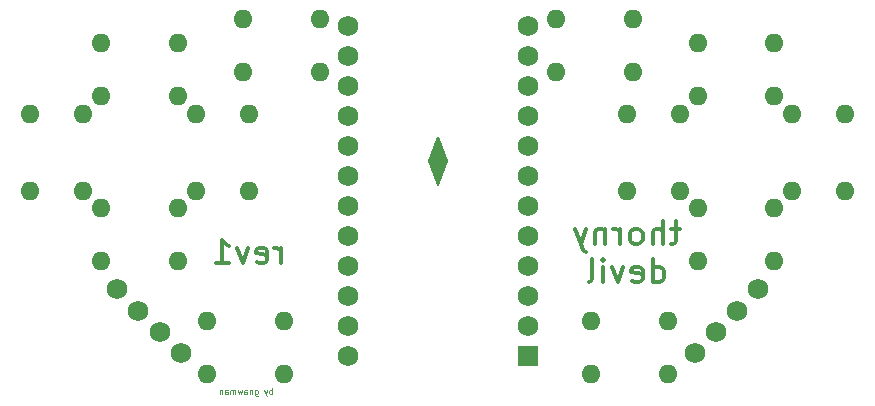
<source format=gbs>
G04 #@! TF.GenerationSoftware,KiCad,Pcbnew,(6.0.8)*
G04 #@! TF.CreationDate,2023-06-20T19:58:12+10:00*
G04 #@! TF.ProjectId,thorny_devil,74686f72-6e79-45f6-9465-76696c2e6b69,rev?*
G04 #@! TF.SameCoordinates,Original*
G04 #@! TF.FileFunction,Soldermask,Bot*
G04 #@! TF.FilePolarity,Negative*
%FSLAX46Y46*%
G04 Gerber Fmt 4.6, Leading zero omitted, Abs format (unit mm)*
G04 Created by KiCad (PCBNEW (6.0.8)) date 2023-06-20 19:58:12*
%MOMM*%
%LPD*%
G01*
G04 APERTURE LIST*
%ADD10C,0.150000*%
%ADD11C,0.052500*%
%ADD12C,0.300000*%
%ADD13C,1.752600*%
%ADD14R,1.752600X1.752600*%
%ADD15O,1.600000X1.600000*%
G04 APERTURE END LIST*
D10*
G36*
X116750000Y-52500000D02*
G01*
X116000000Y-54500000D01*
X115250000Y-52500000D01*
X116000000Y-50500000D01*
X116750000Y-52500000D01*
G37*
X116750000Y-52500000D02*
X116000000Y-54500000D01*
X115250000Y-52500000D01*
X116000000Y-50500000D01*
X116750000Y-52500000D01*
D11*
X101964285Y-72226190D02*
X101964285Y-71726190D01*
X101964285Y-71916666D02*
X101916666Y-71892857D01*
X101821428Y-71892857D01*
X101773809Y-71916666D01*
X101750000Y-71940476D01*
X101726190Y-71988095D01*
X101726190Y-72130952D01*
X101750000Y-72178571D01*
X101773809Y-72202380D01*
X101821428Y-72226190D01*
X101916666Y-72226190D01*
X101964285Y-72202380D01*
X101559523Y-71892857D02*
X101440476Y-72226190D01*
X101321428Y-71892857D02*
X101440476Y-72226190D01*
X101488095Y-72345238D01*
X101511904Y-72369047D01*
X101559523Y-72392857D01*
X100535714Y-71892857D02*
X100535714Y-72297619D01*
X100559523Y-72345238D01*
X100583333Y-72369047D01*
X100630952Y-72392857D01*
X100702380Y-72392857D01*
X100750000Y-72369047D01*
X100535714Y-72202380D02*
X100583333Y-72226190D01*
X100678571Y-72226190D01*
X100726190Y-72202380D01*
X100750000Y-72178571D01*
X100773809Y-72130952D01*
X100773809Y-71988095D01*
X100750000Y-71940476D01*
X100726190Y-71916666D01*
X100678571Y-71892857D01*
X100583333Y-71892857D01*
X100535714Y-71916666D01*
X100297619Y-71892857D02*
X100297619Y-72226190D01*
X100297619Y-71940476D02*
X100273809Y-71916666D01*
X100226190Y-71892857D01*
X100154761Y-71892857D01*
X100107142Y-71916666D01*
X100083333Y-71964285D01*
X100083333Y-72226190D01*
X99630952Y-72226190D02*
X99630952Y-71964285D01*
X99654761Y-71916666D01*
X99702380Y-71892857D01*
X99797619Y-71892857D01*
X99845238Y-71916666D01*
X99630952Y-72202380D02*
X99678571Y-72226190D01*
X99797619Y-72226190D01*
X99845238Y-72202380D01*
X99869047Y-72154761D01*
X99869047Y-72107142D01*
X99845238Y-72059523D01*
X99797619Y-72035714D01*
X99678571Y-72035714D01*
X99630952Y-72011904D01*
X99440476Y-71892857D02*
X99345238Y-72226190D01*
X99250000Y-71988095D01*
X99154761Y-72226190D01*
X99059523Y-71892857D01*
X98869047Y-72226190D02*
X98869047Y-71892857D01*
X98869047Y-71940476D02*
X98845238Y-71916666D01*
X98797619Y-71892857D01*
X98726190Y-71892857D01*
X98678571Y-71916666D01*
X98654761Y-71964285D01*
X98654761Y-72226190D01*
X98654761Y-71964285D02*
X98630952Y-71916666D01*
X98583333Y-71892857D01*
X98511904Y-71892857D01*
X98464285Y-71916666D01*
X98440476Y-71964285D01*
X98440476Y-72226190D01*
X97988095Y-72226190D02*
X97988095Y-71964285D01*
X98011904Y-71916666D01*
X98059523Y-71892857D01*
X98154761Y-71892857D01*
X98202380Y-71916666D01*
X97988095Y-72202380D02*
X98035714Y-72226190D01*
X98154761Y-72226190D01*
X98202380Y-72202380D01*
X98226190Y-72154761D01*
X98226190Y-72107142D01*
X98202380Y-72059523D01*
X98154761Y-72035714D01*
X98035714Y-72035714D01*
X97988095Y-72011904D01*
X97750000Y-71892857D02*
X97750000Y-72226190D01*
X97750000Y-71940476D02*
X97726190Y-71916666D01*
X97678571Y-71892857D01*
X97607142Y-71892857D01*
X97559523Y-71916666D01*
X97535714Y-71964285D01*
X97535714Y-72226190D01*
D12*
X136476190Y-58211428D02*
X135714285Y-58211428D01*
X136190476Y-57544761D02*
X136190476Y-59259047D01*
X136095238Y-59449523D01*
X135904761Y-59544761D01*
X135714285Y-59544761D01*
X135047619Y-59544761D02*
X135047619Y-57544761D01*
X134190476Y-59544761D02*
X134190476Y-58497142D01*
X134285714Y-58306666D01*
X134476190Y-58211428D01*
X134761904Y-58211428D01*
X134952380Y-58306666D01*
X135047619Y-58401904D01*
X132952380Y-59544761D02*
X133142857Y-59449523D01*
X133238095Y-59354285D01*
X133333333Y-59163809D01*
X133333333Y-58592380D01*
X133238095Y-58401904D01*
X133142857Y-58306666D01*
X132952380Y-58211428D01*
X132666666Y-58211428D01*
X132476190Y-58306666D01*
X132380952Y-58401904D01*
X132285714Y-58592380D01*
X132285714Y-59163809D01*
X132380952Y-59354285D01*
X132476190Y-59449523D01*
X132666666Y-59544761D01*
X132952380Y-59544761D01*
X131428571Y-59544761D02*
X131428571Y-58211428D01*
X131428571Y-58592380D02*
X131333333Y-58401904D01*
X131238095Y-58306666D01*
X131047619Y-58211428D01*
X130857142Y-58211428D01*
X130190476Y-58211428D02*
X130190476Y-59544761D01*
X130190476Y-58401904D02*
X130095238Y-58306666D01*
X129904761Y-58211428D01*
X129619047Y-58211428D01*
X129428571Y-58306666D01*
X129333333Y-58497142D01*
X129333333Y-59544761D01*
X128571428Y-58211428D02*
X128095238Y-59544761D01*
X127619047Y-58211428D02*
X128095238Y-59544761D01*
X128285714Y-60020952D01*
X128380952Y-60116190D01*
X128571428Y-60211428D01*
X134190476Y-62764761D02*
X134190476Y-60764761D01*
X134190476Y-62669523D02*
X134380952Y-62764761D01*
X134761904Y-62764761D01*
X134952380Y-62669523D01*
X135047619Y-62574285D01*
X135142857Y-62383809D01*
X135142857Y-61812380D01*
X135047619Y-61621904D01*
X134952380Y-61526666D01*
X134761904Y-61431428D01*
X134380952Y-61431428D01*
X134190476Y-61526666D01*
X132476190Y-62669523D02*
X132666666Y-62764761D01*
X133047619Y-62764761D01*
X133238095Y-62669523D01*
X133333333Y-62479047D01*
X133333333Y-61717142D01*
X133238095Y-61526666D01*
X133047619Y-61431428D01*
X132666666Y-61431428D01*
X132476190Y-61526666D01*
X132380952Y-61717142D01*
X132380952Y-61907619D01*
X133333333Y-62098095D01*
X131714285Y-61431428D02*
X131238095Y-62764761D01*
X130761904Y-61431428D01*
X130000000Y-62764761D02*
X130000000Y-61431428D01*
X130000000Y-60764761D02*
X130095238Y-60860000D01*
X130000000Y-60955238D01*
X129904761Y-60860000D01*
X130000000Y-60764761D01*
X130000000Y-60955238D01*
X128761904Y-62764761D02*
X128952380Y-62669523D01*
X129047619Y-62479047D01*
X129047619Y-60764761D01*
X102714285Y-61154761D02*
X102714285Y-59821428D01*
X102714285Y-60202380D02*
X102619047Y-60011904D01*
X102523809Y-59916666D01*
X102333333Y-59821428D01*
X102142857Y-59821428D01*
X100714285Y-61059523D02*
X100904761Y-61154761D01*
X101285714Y-61154761D01*
X101476190Y-61059523D01*
X101571428Y-60869047D01*
X101571428Y-60107142D01*
X101476190Y-59916666D01*
X101285714Y-59821428D01*
X100904761Y-59821428D01*
X100714285Y-59916666D01*
X100619047Y-60107142D01*
X100619047Y-60297619D01*
X101571428Y-60488095D01*
X99952380Y-59821428D02*
X99476190Y-61154761D01*
X99000000Y-59821428D01*
X97190476Y-61154761D02*
X98333333Y-61154761D01*
X97761904Y-61154761D02*
X97761904Y-59154761D01*
X97952380Y-59440476D01*
X98142857Y-59630952D01*
X98333333Y-59726190D01*
D13*
X108380000Y-41030000D03*
X108380000Y-43570000D03*
X108380000Y-46110000D03*
X108380000Y-48650000D03*
X108380000Y-51190000D03*
X108380000Y-53730000D03*
X108380000Y-56270000D03*
X108380000Y-58810000D03*
X108380000Y-61350000D03*
X108380000Y-63890000D03*
X108380000Y-66430000D03*
X108380000Y-68970000D03*
X123620000Y-41030000D03*
X123620000Y-43570000D03*
X123620000Y-46110000D03*
X123620000Y-48650000D03*
X123620000Y-51190000D03*
X123620000Y-53730000D03*
X123620000Y-56270000D03*
X123620000Y-58810000D03*
X123620000Y-61350000D03*
X123620000Y-63890000D03*
X123620000Y-66430000D03*
D14*
X123620000Y-68970000D03*
D13*
X141342102Y-65157898D03*
X139546051Y-66953949D03*
X143138154Y-63361846D03*
X137750000Y-68750000D03*
X90657898Y-65157898D03*
X92453949Y-66953949D03*
X94250000Y-68750000D03*
X88861846Y-63361846D03*
D15*
X138000000Y-42500000D03*
X144500000Y-42500000D03*
X138000000Y-47000000D03*
X144500000Y-47000000D03*
X138000000Y-61000000D03*
X144500000Y-61000000D03*
X138000000Y-56500000D03*
X144500000Y-56500000D03*
X87500000Y-61000000D03*
X94000000Y-61000000D03*
X94000000Y-56500000D03*
X87500000Y-56500000D03*
X132000000Y-48500000D03*
X132000000Y-55000000D03*
X136500000Y-55000000D03*
X136500000Y-48500000D03*
X150500000Y-55000000D03*
X150500000Y-48500000D03*
X146000000Y-55000000D03*
X146000000Y-48500000D03*
X103000000Y-70500000D03*
X96500000Y-70500000D03*
X103000000Y-66000000D03*
X96500000Y-66000000D03*
X94000000Y-42500000D03*
X87500000Y-42500000D03*
X94000000Y-47000000D03*
X87500000Y-47000000D03*
X106000000Y-40500000D03*
X99500000Y-40500000D03*
X106000000Y-45000000D03*
X99500000Y-45000000D03*
X95500000Y-55000000D03*
X95500000Y-48500000D03*
X100000000Y-48500000D03*
X100000000Y-55000000D03*
X81500000Y-55000000D03*
X81500000Y-48500000D03*
X86000000Y-48500000D03*
X86000000Y-55000000D03*
X129000000Y-70500000D03*
X135500000Y-70500000D03*
X135500000Y-66000000D03*
X129000000Y-66000000D03*
X126000000Y-40500000D03*
X132500000Y-40500000D03*
X132500000Y-45000000D03*
X126000000Y-45000000D03*
M02*

</source>
